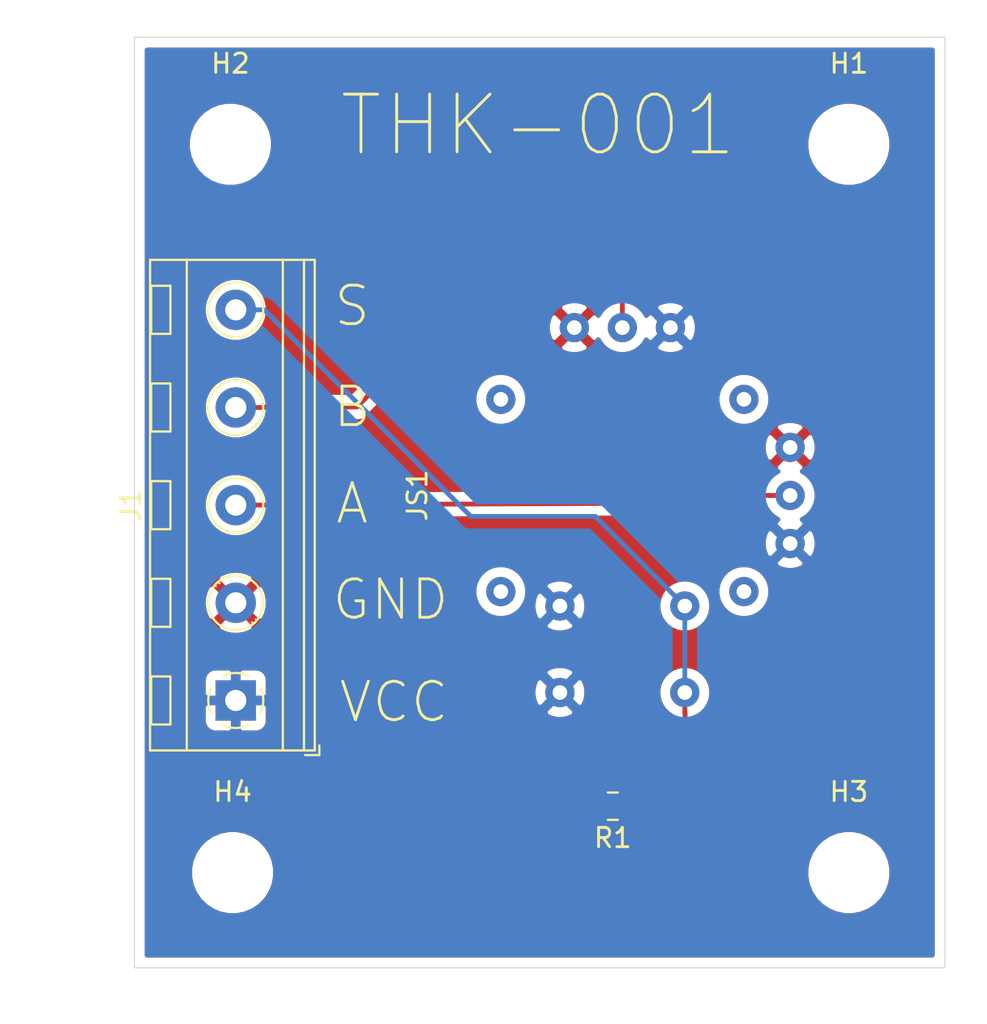
<source format=kicad_pcb>
(kicad_pcb (version 20171130) (host pcbnew "(5.1.5)-3")

  (general
    (thickness 1.6)
    (drawings 11)
    (tracks 22)
    (zones 0)
    (modules 7)
    (nets 6)
  )

  (page A4)
  (layers
    (0 F.Cu signal)
    (31 B.Cu signal)
    (32 B.Adhes user)
    (33 F.Adhes user)
    (34 B.Paste user)
    (35 F.Paste user)
    (36 B.SilkS user)
    (37 F.SilkS user)
    (38 B.Mask user)
    (39 F.Mask user)
    (40 Dwgs.User user)
    (41 Cmts.User user)
    (42 Eco1.User user)
    (43 Eco2.User user)
    (44 Edge.Cuts user)
    (45 Margin user)
    (46 B.CrtYd user)
    (47 F.CrtYd user)
    (48 B.Fab user)
    (49 F.Fab user)
  )

  (setup
    (last_trace_width 0.25)
    (trace_clearance 0.2)
    (zone_clearance 0.508)
    (zone_45_only no)
    (trace_min 0.2)
    (via_size 0.8)
    (via_drill 0.4)
    (via_min_size 0.4)
    (via_min_drill 0.3)
    (uvia_size 0.3)
    (uvia_drill 0.1)
    (uvias_allowed no)
    (uvia_min_size 0.2)
    (uvia_min_drill 0.1)
    (edge_width 0.05)
    (segment_width 0.2)
    (pcb_text_width 0.3)
    (pcb_text_size 1.5 1.5)
    (mod_edge_width 0.12)
    (mod_text_size 1 1)
    (mod_text_width 0.15)
    (pad_size 1.524 1.524)
    (pad_drill 0.762)
    (pad_to_mask_clearance 0.051)
    (solder_mask_min_width 0.25)
    (aux_axis_origin 0 0)
    (visible_elements 7FFFFFFF)
    (pcbplotparams
      (layerselection 0x010fc_ffffffff)
      (usegerberextensions false)
      (usegerberattributes false)
      (usegerberadvancedattributes false)
      (creategerberjobfile false)
      (excludeedgelayer true)
      (linewidth 0.100000)
      (plotframeref false)
      (viasonmask false)
      (mode 1)
      (useauxorigin false)
      (hpglpennumber 1)
      (hpglpenspeed 20)
      (hpglpendiameter 15.000000)
      (psnegative false)
      (psa4output false)
      (plotreference true)
      (plotvalue true)
      (plotinvisibletext false)
      (padsonsilk false)
      (subtractmaskfromsilk false)
      (outputformat 1)
      (mirror false)
      (drillshape 0)
      (scaleselection 1)
      (outputdirectory "../../Gerbers/THK-001/"))
  )

  (net 0 "")
  (net 1 Vcc)
  (net 2 GND)
  (net 3 Aout)
  (net 4 Bout)
  (net 5 Sout)

  (net_class Default "This is the default net class."
    (clearance 0.2)
    (trace_width 0.25)
    (via_dia 0.8)
    (via_drill 0.4)
    (uvia_dia 0.3)
    (uvia_drill 0.1)
    (add_net Aout)
    (add_net Bout)
    (add_net GND)
    (add_net Sout)
    (add_net Vcc)
  )

  (module MountingHole:MountingHole_3.2mm_M3 (layer F.Cu) (tedit 56D1B4CB) (tstamp 5EF93A07)
    (at 120.5484 43.7896)
    (descr "Mounting Hole 3.2mm, no annular, M3")
    (tags "mounting hole 3.2mm no annular m3")
    (path /5EF5E40C)
    (attr virtual)
    (fp_text reference H1 (at 0 -4.2) (layer F.SilkS)
      (effects (font (size 1 1) (thickness 0.15)))
    )
    (fp_text value MountingHole (at 0 4.2) (layer F.Fab)
      (effects (font (size 1 1) (thickness 0.15)))
    )
    (fp_text user %R (at 0.3 0) (layer F.Fab)
      (effects (font (size 1 1) (thickness 0.15)))
    )
    (fp_circle (center 0 0) (end 3.2 0) (layer Cmts.User) (width 0.15))
    (fp_circle (center 0 0) (end 3.45 0) (layer F.CrtYd) (width 0.05))
    (pad 1 np_thru_hole circle (at 0 0) (size 3.2 3.2) (drill 3.2) (layers *.Cu *.Mask))
  )

  (module MountingHole:MountingHole_3.2mm_M3 (layer F.Cu) (tedit 56D1B4CB) (tstamp 5EF93A42)
    (at 88.3666 43.7896)
    (descr "Mounting Hole 3.2mm, no annular, M3")
    (tags "mounting hole 3.2mm no annular m3")
    (path /5EF5F0E2)
    (attr virtual)
    (fp_text reference H2 (at 0 -4.2) (layer F.SilkS)
      (effects (font (size 1 1) (thickness 0.15)))
    )
    (fp_text value MountingHole (at 0 4.2) (layer F.Fab)
      (effects (font (size 1 1) (thickness 0.15)))
    )
    (fp_circle (center 0 0) (end 3.45 0) (layer F.CrtYd) (width 0.05))
    (fp_circle (center 0 0) (end 3.2 0) (layer Cmts.User) (width 0.15))
    (fp_text user %R (at 0.3 0) (layer F.Fab)
      (effects (font (size 1 1) (thickness 0.15)))
    )
    (pad 1 np_thru_hole circle (at 0 0) (size 3.2 3.2) (drill 3.2) (layers *.Cu *.Mask))
  )

  (module MountingHole:MountingHole_3.2mm_M3 (layer F.Cu) (tedit 56D1B4CB) (tstamp 5EF9322F)
    (at 120.5484 81.6737)
    (descr "Mounting Hole 3.2mm, no annular, M3")
    (tags "mounting hole 3.2mm no annular m3")
    (path /5EF5F610)
    (attr virtual)
    (fp_text reference H3 (at 0 -4.2) (layer F.SilkS)
      (effects (font (size 1 1) (thickness 0.15)))
    )
    (fp_text value MountingHole (at 0 4.2) (layer F.Fab)
      (effects (font (size 1 1) (thickness 0.15)))
    )
    (fp_text user %R (at 0.3 0) (layer F.Fab)
      (effects (font (size 1 1) (thickness 0.15)))
    )
    (fp_circle (center 0 0) (end 3.2 0) (layer Cmts.User) (width 0.15))
    (fp_circle (center 0 0) (end 3.45 0) (layer F.CrtYd) (width 0.05))
    (pad 1 np_thru_hole circle (at 0 0) (size 3.2 3.2) (drill 3.2) (layers *.Cu *.Mask))
  )

  (module MountingHole:MountingHole_3.2mm_M3 (layer F.Cu) (tedit 56D1B4CB) (tstamp 5EF93237)
    (at 88.4809 81.6737)
    (descr "Mounting Hole 3.2mm, no annular, M3")
    (tags "mounting hole 3.2mm no annular m3")
    (path /5EF5FFD2)
    (attr virtual)
    (fp_text reference H4 (at 0 -4.2) (layer F.SilkS)
      (effects (font (size 1 1) (thickness 0.15)))
    )
    (fp_text value MountingHole (at 0 4.2) (layer F.Fab)
      (effects (font (size 1 1) (thickness 0.15)))
    )
    (fp_circle (center 0 0) (end 3.45 0) (layer F.CrtYd) (width 0.05))
    (fp_circle (center 0 0) (end 3.2 0) (layer Cmts.User) (width 0.15))
    (fp_text user %R (at 0.3 0) (layer F.Fab)
      (effects (font (size 1 1) (thickness 0.15)))
    )
    (pad 1 np_thru_hole circle (at 0 0) (size 3.2 3.2) (drill 3.2) (layers *.Cu *.Mask))
  )

  (module joystick:C&K_THB001P (layer F.Cu) (tedit 5EF8E191) (tstamp 5EF932EB)
    (at 108.7624 62.056)
    (path /5EF55DD1)
    (fp_text reference JS1 (at -10.668 0 90) (layer F.SilkS)
      (effects (font (size 1 1) (thickness 0.15)))
    )
    (fp_text value thb-1841844 (at 0.0762 -0.0508) (layer F.Fab)
      (effects (font (size 1 1) (thickness 0.15)))
    )
    (pad 1 thru_hole circle (at 8.73 2.5) (size 1.524 1.524) (drill 0.762) (layers *.Cu *.Mask)
      (net 1 Vcc))
    (pad 2 thru_hole circle (at 8.73 0) (size 1.524 1.524) (drill 0.762) (layers *.Cu *.Mask)
      (net 3 Aout))
    (pad 3 thru_hole circle (at 8.73 -2.5) (size 1.524 1.524) (drill 0.762) (layers *.Cu *.Mask)
      (net 2 GND))
    (pad 4 thru_hole circle (at 2.5 -8.73) (size 1.524 1.524) (drill 0.762) (layers *.Cu *.Mask)
      (net 1 Vcc))
    (pad 5 thru_hole circle (at 0 -8.73) (size 1.524 1.524) (drill 0.762) (layers *.Cu *.Mask)
      (net 4 Bout))
    (pad 6 thru_hole circle (at -2.5 -8.73) (size 1.524 1.524) (drill 0.762) (layers *.Cu *.Mask)
      (net 2 GND))
    (pad 7 thru_hole circle (at 3.25 5.75) (size 1.524 1.524) (drill 0.762) (layers *.Cu *.Mask)
      (net 5 Sout))
    (pad 8 thru_hole circle (at -3.25 5.75) (size 1.524 1.524) (drill 0.762) (layers *.Cu *.Mask)
      (net 1 Vcc))
    (pad 8 thru_hole circle (at -3.25 10.25) (size 1.524 1.524) (drill 0.762) (layers *.Cu *.Mask)
      (net 1 Vcc))
    (pad 7 thru_hole circle (at 3.25 10.25) (size 1.524 1.524) (drill 0.762) (layers *.Cu *.Mask)
      (net 5 Sout))
    (pad 9 thru_hole circle (at 6.325 -5) (size 1.524 1.524) (drill 0.762) (layers *.Cu *.Mask))
    (pad 9 thru_hole circle (at 6.325 5) (size 1.524 1.524) (drill 0.762) (layers *.Cu *.Mask))
    (pad 9 thru_hole circle (at -6.325 5) (size 1.524 1.524) (drill 0.762) (layers *.Cu *.Mask))
    (pad 9 thru_hole circle (at -6.325 -5) (size 1.524 1.524) (drill 0.762) (layers *.Cu *.Mask))
  )

  (module Resistor_SMD:R_0805_2012Metric_Pad1.15x1.40mm_HandSolder (layer F.Cu) (tedit 5B36C52B) (tstamp 5EF932FC)
    (at 108.2638 78.2193 180)
    (descr "Resistor SMD 0805 (2012 Metric), square (rectangular) end terminal, IPC_7351 nominal with elongated pad for handsoldering. (Body size source: https://docs.google.com/spreadsheets/d/1BsfQQcO9C6DZCsRaXUlFlo91Tg2WpOkGARC1WS5S8t0/edit?usp=sharing), generated with kicad-footprint-generator")
    (tags "resistor handsolder")
    (path /5EF5933D)
    (attr smd)
    (fp_text reference R1 (at 0 -1.65) (layer F.SilkS)
      (effects (font (size 1 1) (thickness 0.15)))
    )
    (fp_text value R_US (at 0 1.65) (layer F.Fab)
      (effects (font (size 1 1) (thickness 0.15)))
    )
    (fp_line (start -1 0.6) (end -1 -0.6) (layer F.Fab) (width 0.1))
    (fp_line (start -1 -0.6) (end 1 -0.6) (layer F.Fab) (width 0.1))
    (fp_line (start 1 -0.6) (end 1 0.6) (layer F.Fab) (width 0.1))
    (fp_line (start 1 0.6) (end -1 0.6) (layer F.Fab) (width 0.1))
    (fp_line (start -0.261252 -0.71) (end 0.261252 -0.71) (layer F.SilkS) (width 0.12))
    (fp_line (start -0.261252 0.71) (end 0.261252 0.71) (layer F.SilkS) (width 0.12))
    (fp_line (start -1.85 0.95) (end -1.85 -0.95) (layer F.CrtYd) (width 0.05))
    (fp_line (start -1.85 -0.95) (end 1.85 -0.95) (layer F.CrtYd) (width 0.05))
    (fp_line (start 1.85 -0.95) (end 1.85 0.95) (layer F.CrtYd) (width 0.05))
    (fp_line (start 1.85 0.95) (end -1.85 0.95) (layer F.CrtYd) (width 0.05))
    (fp_text user %R (at 0 0) (layer F.Fab)
      (effects (font (size 0.5 0.5) (thickness 0.08)))
    )
    (pad 1 smd roundrect (at -1.025 0 180) (size 1.15 1.4) (layers F.Cu F.Paste F.Mask) (roundrect_rratio 0.217391)
      (net 5 Sout))
    (pad 2 smd roundrect (at 1.025 0 180) (size 1.15 1.4) (layers F.Cu F.Paste F.Mask) (roundrect_rratio 0.217391)
      (net 2 GND))
    (model ${KISYS3DMOD}/Resistor_SMD.3dshapes/R_0805_2012Metric.wrl
      (at (xyz 0 0 0))
      (scale (xyz 1 1 1))
      (rotate (xyz 0 0 0))
    )
  )

  (module TerminalBlock_RND:TerminalBlock_RND_205-00235_1x05_P5.08mm_Horizontal (layer F.Cu) (tedit 5B294F41) (tstamp 5EF93603)
    (at 88.646 72.7202 90)
    (descr "terminal block RND 205-00235, 5 pins, pitch 5.08mm, size 25.4x8.45mm^2, drill diamater 1.1mm, pad diameter 2.1mm, see http://cdn-reichelt.de/documents/datenblatt/C151/RND_205-00232_DB_EN.pdf, script-generated using https://github.com/pointhi/kicad-footprint-generator/scripts/TerminalBlock_RND")
    (tags "THT terminal block RND 205-00235 pitch 5.08mm size 25.4x8.45mm^2 drill 1.1mm pad 2.1mm")
    (path /5EF56836)
    (fp_text reference J1 (at 10.16 -5.46 90) (layer F.SilkS)
      (effects (font (size 1 1) (thickness 0.15)))
    )
    (fp_text value Screw_Terminal_01x05 (at 10.16 5.11 90) (layer F.Fab)
      (effects (font (size 1 1) (thickness 0.15)))
    )
    (fp_arc (start 0 0) (end 0 1.43) (angle -26) (layer F.SilkS) (width 0.12))
    (fp_arc (start 0 0) (end 1.286 0.627) (angle -52) (layer F.SilkS) (width 0.12))
    (fp_arc (start 0 0) (end 0.627 -1.286) (angle -52) (layer F.SilkS) (width 0.12))
    (fp_arc (start 0 0) (end -1.286 -0.628) (angle -52) (layer F.SilkS) (width 0.12))
    (fp_arc (start 0 0) (end -0.628 1.286) (angle -27) (layer F.SilkS) (width 0.12))
    (fp_circle (center 0 0) (end 1.25 0) (layer F.Fab) (width 0.1))
    (fp_circle (center 5.08 0) (end 6.33 0) (layer F.Fab) (width 0.1))
    (fp_circle (center 5.08 0) (end 6.51 0) (layer F.SilkS) (width 0.12))
    (fp_circle (center 10.16 0) (end 11.41 0) (layer F.Fab) (width 0.1))
    (fp_circle (center 10.16 0) (end 11.59 0) (layer F.SilkS) (width 0.12))
    (fp_circle (center 15.24 0) (end 16.49 0) (layer F.Fab) (width 0.1))
    (fp_circle (center 15.24 0) (end 16.67 0) (layer F.SilkS) (width 0.12))
    (fp_circle (center 20.32 0) (end 21.57 0) (layer F.Fab) (width 0.1))
    (fp_circle (center 20.32 0) (end 21.75 0) (layer F.SilkS) (width 0.12))
    (fp_line (start -2.54 -4.4) (end 22.86 -4.4) (layer F.Fab) (width 0.1))
    (fp_line (start 22.86 -4.4) (end 22.86 4.05) (layer F.Fab) (width 0.1))
    (fp_line (start 22.86 4.05) (end -2.04 4.05) (layer F.Fab) (width 0.1))
    (fp_line (start -2.04 4.05) (end -2.54 3.55) (layer F.Fab) (width 0.1))
    (fp_line (start -2.54 3.55) (end -2.54 -4.4) (layer F.Fab) (width 0.1))
    (fp_line (start -2.54 3.55) (end 22.86 3.55) (layer F.Fab) (width 0.1))
    (fp_line (start -2.6 3.55) (end 22.92 3.55) (layer F.SilkS) (width 0.12))
    (fp_line (start -2.54 2.45) (end 22.86 2.45) (layer F.Fab) (width 0.1))
    (fp_line (start -2.6 2.45) (end 22.92 2.45) (layer F.SilkS) (width 0.12))
    (fp_line (start -2.54 -2.55) (end 22.86 -2.55) (layer F.Fab) (width 0.1))
    (fp_line (start -2.6 -2.55) (end 22.92 -2.55) (layer F.SilkS) (width 0.12))
    (fp_line (start -2.6 -4.46) (end 22.92 -4.46) (layer F.SilkS) (width 0.12))
    (fp_line (start -2.6 4.11) (end 22.92 4.11) (layer F.SilkS) (width 0.12))
    (fp_line (start -2.6 -4.46) (end -2.6 4.11) (layer F.SilkS) (width 0.12))
    (fp_line (start 22.92 -4.46) (end 22.92 4.11) (layer F.SilkS) (width 0.12))
    (fp_line (start 0.949 -0.796) (end -0.796 0.948) (layer F.Fab) (width 0.1))
    (fp_line (start 0.796 -0.948) (end -0.949 0.796) (layer F.Fab) (width 0.1))
    (fp_line (start -1.25 -4.4) (end -1.25 -3.4) (layer F.Fab) (width 0.1))
    (fp_line (start -1.25 -3.4) (end 1.25 -3.4) (layer F.Fab) (width 0.1))
    (fp_line (start 1.25 -3.4) (end 1.25 -4.4) (layer F.Fab) (width 0.1))
    (fp_line (start 1.25 -4.4) (end -1.25 -4.4) (layer F.Fab) (width 0.1))
    (fp_line (start -1.25 -4.4) (end 1.25 -4.4) (layer F.SilkS) (width 0.12))
    (fp_line (start -1.25 -3.4) (end 1.25 -3.4) (layer F.SilkS) (width 0.12))
    (fp_line (start -1.25 -4.4) (end -1.25 -3.4) (layer F.SilkS) (width 0.12))
    (fp_line (start 1.25 -4.4) (end 1.25 -3.4) (layer F.SilkS) (width 0.12))
    (fp_line (start 6.029 -0.796) (end 4.285 0.948) (layer F.Fab) (width 0.1))
    (fp_line (start 5.876 -0.948) (end 4.132 0.796) (layer F.Fab) (width 0.1))
    (fp_line (start 6.165 -0.91) (end 6.105 -0.851) (layer F.SilkS) (width 0.12))
    (fp_line (start 4.21 1.045) (end 4.17 1.085) (layer F.SilkS) (width 0.12))
    (fp_line (start 5.991 -1.085) (end 5.951 -1.045) (layer F.SilkS) (width 0.12))
    (fp_line (start 4.056 0.85) (end 3.996 0.91) (layer F.SilkS) (width 0.12))
    (fp_line (start 3.83 -4.4) (end 3.83 -3.4) (layer F.Fab) (width 0.1))
    (fp_line (start 3.83 -3.4) (end 6.33 -3.4) (layer F.Fab) (width 0.1))
    (fp_line (start 6.33 -3.4) (end 6.33 -4.4) (layer F.Fab) (width 0.1))
    (fp_line (start 6.33 -4.4) (end 3.83 -4.4) (layer F.Fab) (width 0.1))
    (fp_line (start 3.83 -4.4) (end 6.33 -4.4) (layer F.SilkS) (width 0.12))
    (fp_line (start 3.83 -3.4) (end 6.33 -3.4) (layer F.SilkS) (width 0.12))
    (fp_line (start 3.83 -4.4) (end 3.83 -3.4) (layer F.SilkS) (width 0.12))
    (fp_line (start 6.33 -4.4) (end 6.33 -3.4) (layer F.SilkS) (width 0.12))
    (fp_line (start 11.109 -0.796) (end 9.365 0.948) (layer F.Fab) (width 0.1))
    (fp_line (start 10.956 -0.948) (end 9.212 0.796) (layer F.Fab) (width 0.1))
    (fp_line (start 11.245 -0.91) (end 11.185 -0.851) (layer F.SilkS) (width 0.12))
    (fp_line (start 9.29 1.045) (end 9.25 1.085) (layer F.SilkS) (width 0.12))
    (fp_line (start 11.071 -1.085) (end 11.031 -1.045) (layer F.SilkS) (width 0.12))
    (fp_line (start 9.136 0.85) (end 9.076 0.91) (layer F.SilkS) (width 0.12))
    (fp_line (start 8.91 -4.4) (end 8.91 -3.4) (layer F.Fab) (width 0.1))
    (fp_line (start 8.91 -3.4) (end 11.41 -3.4) (layer F.Fab) (width 0.1))
    (fp_line (start 11.41 -3.4) (end 11.41 -4.4) (layer F.Fab) (width 0.1))
    (fp_line (start 11.41 -4.4) (end 8.91 -4.4) (layer F.Fab) (width 0.1))
    (fp_line (start 8.91 -4.4) (end 11.41 -4.4) (layer F.SilkS) (width 0.12))
    (fp_line (start 8.91 -3.4) (end 11.41 -3.4) (layer F.SilkS) (width 0.12))
    (fp_line (start 8.91 -4.4) (end 8.91 -3.4) (layer F.SilkS) (width 0.12))
    (fp_line (start 11.41 -4.4) (end 11.41 -3.4) (layer F.SilkS) (width 0.12))
    (fp_line (start 16.189 -0.796) (end 14.445 0.948) (layer F.Fab) (width 0.1))
    (fp_line (start 16.036 -0.948) (end 14.292 0.796) (layer F.Fab) (width 0.1))
    (fp_line (start 16.325 -0.91) (end 16.265 -0.851) (layer F.SilkS) (width 0.12))
    (fp_line (start 14.37 1.045) (end 14.33 1.085) (layer F.SilkS) (width 0.12))
    (fp_line (start 16.151 -1.085) (end 16.111 -1.045) (layer F.SilkS) (width 0.12))
    (fp_line (start 14.216 0.85) (end 14.156 0.91) (layer F.SilkS) (width 0.12))
    (fp_line (start 13.99 -4.4) (end 13.99 -3.4) (layer F.Fab) (width 0.1))
    (fp_line (start 13.99 -3.4) (end 16.49 -3.4) (layer F.Fab) (width 0.1))
    (fp_line (start 16.49 -3.4) (end 16.49 -4.4) (layer F.Fab) (width 0.1))
    (fp_line (start 16.49 -4.4) (end 13.99 -4.4) (layer F.Fab) (width 0.1))
    (fp_line (start 13.99 -4.4) (end 16.49 -4.4) (layer F.SilkS) (width 0.12))
    (fp_line (start 13.99 -3.4) (end 16.49 -3.4) (layer F.SilkS) (width 0.12))
    (fp_line (start 13.99 -4.4) (end 13.99 -3.4) (layer F.SilkS) (width 0.12))
    (fp_line (start 16.49 -4.4) (end 16.49 -3.4) (layer F.SilkS) (width 0.12))
    (fp_line (start 21.269 -0.796) (end 19.525 0.948) (layer F.Fab) (width 0.1))
    (fp_line (start 21.116 -0.948) (end 19.372 0.796) (layer F.Fab) (width 0.1))
    (fp_line (start 21.405 -0.91) (end 21.345 -0.851) (layer F.SilkS) (width 0.12))
    (fp_line (start 19.45 1.045) (end 19.41 1.085) (layer F.SilkS) (width 0.12))
    (fp_line (start 21.231 -1.085) (end 21.191 -1.045) (layer F.SilkS) (width 0.12))
    (fp_line (start 19.296 0.85) (end 19.236 0.91) (layer F.SilkS) (width 0.12))
    (fp_line (start 19.07 -4.4) (end 19.07 -3.4) (layer F.Fab) (width 0.1))
    (fp_line (start 19.07 -3.4) (end 21.57 -3.4) (layer F.Fab) (width 0.1))
    (fp_line (start 21.57 -3.4) (end 21.57 -4.4) (layer F.Fab) (width 0.1))
    (fp_line (start 21.57 -4.4) (end 19.07 -4.4) (layer F.Fab) (width 0.1))
    (fp_line (start 19.07 -4.4) (end 21.57 -4.4) (layer F.SilkS) (width 0.12))
    (fp_line (start 19.07 -3.4) (end 21.57 -3.4) (layer F.SilkS) (width 0.12))
    (fp_line (start 19.07 -4.4) (end 19.07 -3.4) (layer F.SilkS) (width 0.12))
    (fp_line (start 21.57 -4.4) (end 21.57 -3.4) (layer F.SilkS) (width 0.12))
    (fp_line (start -2.84 3.61) (end -2.84 4.35) (layer F.SilkS) (width 0.12))
    (fp_line (start -2.84 4.35) (end -2.34 4.35) (layer F.SilkS) (width 0.12))
    (fp_line (start -3.04 -4.9) (end -3.04 4.55) (layer F.CrtYd) (width 0.05))
    (fp_line (start -3.04 4.55) (end 23.36 4.55) (layer F.CrtYd) (width 0.05))
    (fp_line (start 23.36 4.55) (end 23.36 -4.9) (layer F.CrtYd) (width 0.05))
    (fp_line (start 23.36 -4.9) (end -3.04 -4.9) (layer F.CrtYd) (width 0.05))
    (fp_text user %R (at 10.16 -5.46 90) (layer F.Fab)
      (effects (font (size 1 1) (thickness 0.15)))
    )
    (pad 1 thru_hole rect (at 0 0 90) (size 2.1 2.1) (drill 1.1) (layers *.Cu *.Mask)
      (net 1 Vcc))
    (pad 2 thru_hole circle (at 5.08 0 90) (size 2.1 2.1) (drill 1.1) (layers *.Cu *.Mask)
      (net 2 GND))
    (pad 3 thru_hole circle (at 10.16 0 90) (size 2.1 2.1) (drill 1.1) (layers *.Cu *.Mask)
      (net 3 Aout))
    (pad 4 thru_hole circle (at 15.24 0 90) (size 2.1 2.1) (drill 1.1) (layers *.Cu *.Mask)
      (net 4 Bout))
    (pad 5 thru_hole circle (at 20.32 0 90) (size 2.1 2.1) (drill 1.1) (layers *.Cu *.Mask)
      (net 5 Sout))
    (model ${KISYS3DMOD}/TerminalBlock_RND.3dshapes/TerminalBlock_RND_205-00235_1x05_P5.08mm_Horizontal.wrl
      (at (xyz 0 0 0))
      (scale (xyz 1 1 1))
      (rotate (xyz 0 0 0))
    )
  )

  (gr_text "REV A" (at 97.925 47.025) (layer F.Cu)
    (effects (font (size 1 1) (thickness 0.15)))
  )
  (gr_text THK-001 (at 104.375 42.8) (layer F.SilkS)
    (effects (font (size 3 3) (thickness 0.15)))
  )
  (gr_text VCC (at 96.875 72.8) (layer F.SilkS)
    (effects (font (size 2 2) (thickness 0.15)))
  )
  (gr_text GND (at 96.7 67.475) (layer F.SilkS)
    (effects (font (size 2 2) (thickness 0.15)))
  )
  (gr_text A (at 94.7 62.475) (layer F.SilkS)
    (effects (font (size 2 2) (thickness 0.15)))
  )
  (gr_text B (at 94.7 57.45) (layer F.SilkS)
    (effects (font (size 2 2) (thickness 0.15)))
  )
  (gr_text S (at 94.7 52.2) (layer F.SilkS)
    (effects (font (size 2 2) (thickness 0.15)))
  )
  (gr_line (start 125.5484 86.6267) (end 83.3755 86.6267) (layer Edge.Cuts) (width 0.05) (tstamp 5EF93A7C))
  (gr_line (start 125.5484 38.227) (end 125.5484 86.6267) (layer Edge.Cuts) (width 0.05))
  (gr_line (start 83.3755 38.227) (end 125.5484 38.227) (layer Edge.Cuts) (width 0.05))
  (gr_line (start 83.3755 86.6267) (end 83.3755 38.227) (layer Edge.Cuts) (width 0.05))

  (segment (start 116.41477 62.056) (end 116.41097 62.0522) (width 0.25) (layer F.Cu) (net 3))
  (segment (start 117.4924 62.056) (end 116.41477 62.056) (width 0.25) (layer F.Cu) (net 3))
  (segment (start 110.6932 62.0522) (end 110.2868 62.4586) (width 0.25) (layer F.Cu) (net 3))
  (segment (start 116.41097 62.0522) (end 110.6932 62.0522) (width 0.25) (layer F.Cu) (net 3))
  (segment (start 88.646 62.5602) (end 110.2868 62.4586) (width 0.25) (layer F.Cu) (net 3))
  (segment (start 108.7624 51.7521) (end 108.7624 53.326) (width 0.25) (layer F.Cu) (net 4))
  (segment (start 90.130924 57.4802) (end 90.156324 57.4548) (width 0.25) (layer F.Cu) (net 4))
  (segment (start 107.2896 50.2793) (end 108.7624 51.7521) (width 0.25) (layer F.Cu) (net 4))
  (segment (start 88.646 57.4802) (end 90.130924 57.4802) (width 0.25) (layer F.Cu) (net 4))
  (segment (start 90.156324 57.4548) (end 94.9452 57.4548) (width 0.25) (layer F.Cu) (net 4))
  (segment (start 94.9452 57.4548) (end 102.1207 50.2793) (width 0.25) (layer F.Cu) (net 4))
  (segment (start 102.1207 50.2793) (end 107.2896 50.2793) (width 0.25) (layer F.Cu) (net 4))
  (segment (start 90.130924 52.4002) (end 100.875124 63.1444) (width 0.25) (layer B.Cu) (net 5))
  (segment (start 88.646 52.4002) (end 90.130924 52.4002) (width 0.25) (layer B.Cu) (net 5))
  (segment (start 107.3508 63.1444) (end 112.0124 67.806) (width 0.25) (layer B.Cu) (net 5))
  (segment (start 100.875124 63.1444) (end 107.3508 63.1444) (width 0.25) (layer B.Cu) (net 5))
  (segment (start 112.0124 67.806) (end 112.0124 72.306) (width 0.25) (layer B.Cu) (net 5))
  (segment (start 112.0124 73.38363) (end 112.0267 73.39793) (width 0.25) (layer F.Cu) (net 5))
  (segment (start 112.0124 72.306) (end 112.0124 73.38363) (width 0.25) (layer F.Cu) (net 5))
  (segment (start 112.0267 73.39793) (end 112.0267 77.5081) (width 0.25) (layer F.Cu) (net 5))
  (segment (start 111.3155 78.2193) (end 109.2888 78.2193) (width 0.25) (layer F.Cu) (net 5))
  (segment (start 112.0267 77.5081) (end 111.3155 78.2193) (width 0.25) (layer F.Cu) (net 5))

  (zone (net 1) (net_name Vcc) (layer B.Cu) (tstamp 5F0008B8) (hatch edge 0.508)
    (connect_pads (clearance 0.508))
    (min_thickness 0.254)
    (fill yes (arc_segments 32) (thermal_gap 0.508) (thermal_bridge_width 0.508))
    (polygon
      (pts
        (xy 126.2507 37.5666) (xy 126.1237 88.1126) (xy 81.0133 88.1761) (xy 82.1563 37.5412) (xy 82.5881 37.5412)
      )
    )
    (filled_polygon
      (pts
        (xy 124.888401 85.9667) (xy 84.0355 85.9667) (xy 84.0355 81.453572) (xy 86.2459 81.453572) (xy 86.2459 81.893828)
        (xy 86.33179 82.325625) (xy 86.500269 82.732369) (xy 86.744862 83.098429) (xy 87.056171 83.409738) (xy 87.422231 83.654331)
        (xy 87.828975 83.82281) (xy 88.260772 83.9087) (xy 88.701028 83.9087) (xy 89.132825 83.82281) (xy 89.539569 83.654331)
        (xy 89.905629 83.409738) (xy 90.216938 83.098429) (xy 90.461531 82.732369) (xy 90.63001 82.325625) (xy 90.7159 81.893828)
        (xy 90.7159 81.453572) (xy 118.3134 81.453572) (xy 118.3134 81.893828) (xy 118.39929 82.325625) (xy 118.567769 82.732369)
        (xy 118.812362 83.098429) (xy 119.123671 83.409738) (xy 119.489731 83.654331) (xy 119.896475 83.82281) (xy 120.328272 83.9087)
        (xy 120.768528 83.9087) (xy 121.200325 83.82281) (xy 121.607069 83.654331) (xy 121.973129 83.409738) (xy 122.284438 83.098429)
        (xy 122.529031 82.732369) (xy 122.69751 82.325625) (xy 122.7834 81.893828) (xy 122.7834 81.453572) (xy 122.69751 81.021775)
        (xy 122.529031 80.615031) (xy 122.284438 80.248971) (xy 121.973129 79.937662) (xy 121.607069 79.693069) (xy 121.200325 79.52459)
        (xy 120.768528 79.4387) (xy 120.328272 79.4387) (xy 119.896475 79.52459) (xy 119.489731 79.693069) (xy 119.123671 79.937662)
        (xy 118.812362 80.248971) (xy 118.567769 80.615031) (xy 118.39929 81.021775) (xy 118.3134 81.453572) (xy 90.7159 81.453572)
        (xy 90.63001 81.021775) (xy 90.461531 80.615031) (xy 90.216938 80.248971) (xy 89.905629 79.937662) (xy 89.539569 79.693069)
        (xy 89.132825 79.52459) (xy 88.701028 79.4387) (xy 88.260772 79.4387) (xy 87.828975 79.52459) (xy 87.422231 79.693069)
        (xy 87.056171 79.937662) (xy 86.744862 80.248971) (xy 86.500269 80.615031) (xy 86.33179 81.021775) (xy 86.2459 81.453572)
        (xy 84.0355 81.453572) (xy 84.0355 73.7702) (xy 86.957928 73.7702) (xy 86.970188 73.894682) (xy 87.006498 74.01438)
        (xy 87.065463 74.124694) (xy 87.144815 74.221385) (xy 87.241506 74.300737) (xy 87.35182 74.359702) (xy 87.471518 74.396012)
        (xy 87.596 74.408272) (xy 88.36025 74.4052) (xy 88.519 74.24645) (xy 88.519 72.8472) (xy 88.773 72.8472)
        (xy 88.773 74.24645) (xy 88.93175 74.4052) (xy 89.696 74.408272) (xy 89.820482 74.396012) (xy 89.94018 74.359702)
        (xy 90.050494 74.300737) (xy 90.147185 74.221385) (xy 90.226537 74.124694) (xy 90.285502 74.01438) (xy 90.321812 73.894682)
        (xy 90.334072 73.7702) (xy 90.332068 73.271565) (xy 104.72644 73.271565) (xy 104.79342 73.511656) (xy 105.042448 73.628756)
        (xy 105.309535 73.695023) (xy 105.584417 73.70791) (xy 105.856533 73.666922) (xy 106.115423 73.573636) (xy 106.23138 73.511656)
        (xy 106.29836 73.271565) (xy 105.5124 72.485605) (xy 104.72644 73.271565) (xy 90.332068 73.271565) (xy 90.331 73.00595)
        (xy 90.17225 72.8472) (xy 88.773 72.8472) (xy 88.519 72.8472) (xy 87.11975 72.8472) (xy 86.961 73.00595)
        (xy 86.957928 73.7702) (xy 84.0355 73.7702) (xy 84.0355 71.6702) (xy 86.957928 71.6702) (xy 86.961 72.43445)
        (xy 87.11975 72.5932) (xy 88.519 72.5932) (xy 88.519 71.19395) (xy 88.773 71.19395) (xy 88.773 72.5932)
        (xy 90.17225 72.5932) (xy 90.331 72.43445) (xy 90.331226 72.378017) (xy 104.11049 72.378017) (xy 104.151478 72.650133)
        (xy 104.244764 72.909023) (xy 104.306744 73.02498) (xy 104.546835 73.09196) (xy 105.332795 72.306) (xy 105.692005 72.306)
        (xy 106.477965 73.09196) (xy 106.718056 73.02498) (xy 106.835156 72.775952) (xy 106.901423 72.508865) (xy 106.91431 72.233983)
        (xy 106.873322 71.961867) (xy 106.780036 71.702977) (xy 106.718056 71.58702) (xy 106.477965 71.52004) (xy 105.692005 72.306)
        (xy 105.332795 72.306) (xy 104.546835 71.52004) (xy 104.306744 71.58702) (xy 104.189644 71.836048) (xy 104.123377 72.103135)
        (xy 104.11049 72.378017) (xy 90.331226 72.378017) (xy 90.334072 71.6702) (xy 90.321812 71.545718) (xy 90.285502 71.42602)
        (xy 90.239756 71.340435) (xy 104.72644 71.340435) (xy 105.5124 72.126395) (xy 106.29836 71.340435) (xy 106.23138 71.100344)
        (xy 105.982352 70.983244) (xy 105.715265 70.916977) (xy 105.440383 70.90409) (xy 105.168267 70.945078) (xy 104.909377 71.038364)
        (xy 104.79342 71.100344) (xy 104.72644 71.340435) (xy 90.239756 71.340435) (xy 90.226537 71.315706) (xy 90.147185 71.219015)
        (xy 90.050494 71.139663) (xy 89.94018 71.080698) (xy 89.820482 71.044388) (xy 89.696 71.032128) (xy 88.93175 71.0352)
        (xy 88.773 71.19395) (xy 88.519 71.19395) (xy 88.36025 71.0352) (xy 87.596 71.032128) (xy 87.471518 71.044388)
        (xy 87.35182 71.080698) (xy 87.241506 71.139663) (xy 87.144815 71.219015) (xy 87.065463 71.315706) (xy 87.006498 71.42602)
        (xy 86.970188 71.545718) (xy 86.957928 71.6702) (xy 84.0355 71.6702) (xy 84.0355 67.474242) (xy 86.961 67.474242)
        (xy 86.961 67.806158) (xy 87.025754 68.131696) (xy 87.152772 68.438347) (xy 87.337175 68.714325) (xy 87.571875 68.949025)
        (xy 87.847853 69.133428) (xy 88.154504 69.260446) (xy 88.480042 69.3252) (xy 88.811958 69.3252) (xy 89.137496 69.260446)
        (xy 89.444147 69.133428) (xy 89.720125 68.949025) (xy 89.897585 68.771565) (xy 104.72644 68.771565) (xy 104.79342 69.011656)
        (xy 105.042448 69.128756) (xy 105.309535 69.195023) (xy 105.584417 69.20791) (xy 105.856533 69.166922) (xy 106.115423 69.073636)
        (xy 106.23138 69.011656) (xy 106.29836 68.771565) (xy 105.5124 67.985605) (xy 104.72644 68.771565) (xy 89.897585 68.771565)
        (xy 89.954825 68.714325) (xy 90.139228 68.438347) (xy 90.266246 68.131696) (xy 90.331 67.806158) (xy 90.331 67.474242)
        (xy 90.266246 67.148704) (xy 90.170856 66.918408) (xy 101.0404 66.918408) (xy 101.0404 67.193592) (xy 101.094086 67.46349)
        (xy 101.199395 67.717727) (xy 101.35228 67.946535) (xy 101.546865 68.14112) (xy 101.775673 68.294005) (xy 102.02991 68.399314)
        (xy 102.299808 68.453) (xy 102.574992 68.453) (xy 102.84489 68.399314) (xy 103.099127 68.294005) (xy 103.327935 68.14112)
        (xy 103.52252 67.946535) (xy 103.568302 67.878017) (xy 104.11049 67.878017) (xy 104.151478 68.150133) (xy 104.244764 68.409023)
        (xy 104.306744 68.52498) (xy 104.546835 68.59196) (xy 105.332795 67.806) (xy 105.692005 67.806) (xy 106.477965 68.59196)
        (xy 106.718056 68.52498) (xy 106.835156 68.275952) (xy 106.901423 68.008865) (xy 106.91431 67.733983) (xy 106.873322 67.461867)
        (xy 106.780036 67.202977) (xy 106.718056 67.08702) (xy 106.477965 67.02004) (xy 105.692005 67.806) (xy 105.332795 67.806)
        (xy 104.546835 67.02004) (xy 104.306744 67.08702) (xy 104.189644 67.336048) (xy 104.123377 67.603135) (xy 104.11049 67.878017)
        (xy 103.568302 67.878017) (xy 103.675405 67.717727) (xy 103.780714 67.46349) (xy 103.8344 67.193592) (xy 103.8344 66.918408)
        (xy 103.818891 66.840435) (xy 104.72644 66.840435) (xy 105.5124 67.626395) (xy 106.29836 66.840435) (xy 106.23138 66.600344)
        (xy 105.982352 66.483244) (xy 105.715265 66.416977) (xy 105.440383 66.40409) (xy 105.168267 66.445078) (xy 104.909377 66.538364)
        (xy 104.79342 66.600344) (xy 104.72644 66.840435) (xy 103.818891 66.840435) (xy 103.780714 66.64851) (xy 103.675405 66.394273)
        (xy 103.52252 66.165465) (xy 103.327935 65.97088) (xy 103.099127 65.817995) (xy 102.84489 65.712686) (xy 102.574992 65.659)
        (xy 102.299808 65.659) (xy 102.02991 65.712686) (xy 101.775673 65.817995) (xy 101.546865 65.97088) (xy 101.35228 66.165465)
        (xy 101.199395 66.394273) (xy 101.094086 66.64851) (xy 101.0404 66.918408) (xy 90.170856 66.918408) (xy 90.139228 66.842053)
        (xy 89.954825 66.566075) (xy 89.720125 66.331375) (xy 89.444147 66.146972) (xy 89.137496 66.019954) (xy 88.811958 65.9552)
        (xy 88.480042 65.9552) (xy 88.154504 66.019954) (xy 87.847853 66.146972) (xy 87.571875 66.331375) (xy 87.337175 66.566075)
        (xy 87.152772 66.842053) (xy 87.025754 67.148704) (xy 86.961 67.474242) (xy 84.0355 67.474242) (xy 84.0355 62.394242)
        (xy 86.961 62.394242) (xy 86.961 62.726158) (xy 87.025754 63.051696) (xy 87.152772 63.358347) (xy 87.337175 63.634325)
        (xy 87.571875 63.869025) (xy 87.847853 64.053428) (xy 88.154504 64.180446) (xy 88.480042 64.2452) (xy 88.811958 64.2452)
        (xy 89.137496 64.180446) (xy 89.444147 64.053428) (xy 89.720125 63.869025) (xy 89.954825 63.634325) (xy 90.139228 63.358347)
        (xy 90.266246 63.051696) (xy 90.331 62.726158) (xy 90.331 62.394242) (xy 90.266246 62.068704) (xy 90.139228 61.762053)
        (xy 89.954825 61.486075) (xy 89.720125 61.251375) (xy 89.444147 61.066972) (xy 89.137496 60.939954) (xy 88.811958 60.8752)
        (xy 88.480042 60.8752) (xy 88.154504 60.939954) (xy 87.847853 61.066972) (xy 87.571875 61.251375) (xy 87.337175 61.486075)
        (xy 87.152772 61.762053) (xy 87.025754 62.068704) (xy 86.961 62.394242) (xy 84.0355 62.394242) (xy 84.0355 57.314242)
        (xy 86.961 57.314242) (xy 86.961 57.646158) (xy 87.025754 57.971696) (xy 87.152772 58.278347) (xy 87.337175 58.554325)
        (xy 87.571875 58.789025) (xy 87.847853 58.973428) (xy 88.154504 59.100446) (xy 88.480042 59.1652) (xy 88.811958 59.1652)
        (xy 89.137496 59.100446) (xy 89.444147 58.973428) (xy 89.720125 58.789025) (xy 89.954825 58.554325) (xy 90.139228 58.278347)
        (xy 90.266246 57.971696) (xy 90.331 57.646158) (xy 90.331 57.314242) (xy 90.266246 56.988704) (xy 90.139228 56.682053)
        (xy 89.954825 56.406075) (xy 89.720125 56.171375) (xy 89.444147 55.986972) (xy 89.137496 55.859954) (xy 88.811958 55.7952)
        (xy 88.480042 55.7952) (xy 88.154504 55.859954) (xy 87.847853 55.986972) (xy 87.571875 56.171375) (xy 87.337175 56.406075)
        (xy 87.152772 56.682053) (xy 87.025754 56.988704) (xy 86.961 57.314242) (xy 84.0355 57.314242) (xy 84.0355 52.234242)
        (xy 86.961 52.234242) (xy 86.961 52.566158) (xy 87.025754 52.891696) (xy 87.152772 53.198347) (xy 87.337175 53.474325)
        (xy 87.571875 53.709025) (xy 87.847853 53.893428) (xy 88.154504 54.020446) (xy 88.480042 54.0852) (xy 88.811958 54.0852)
        (xy 89.137496 54.020446) (xy 89.444147 53.893428) (xy 89.720125 53.709025) (xy 89.954825 53.474325) (xy 90.02509 53.369167)
        (xy 100.311324 63.655402) (xy 100.335123 63.684401) (xy 100.450848 63.779374) (xy 100.582877 63.849946) (xy 100.726138 63.893403)
        (xy 100.837791 63.9044) (xy 100.8378 63.9044) (xy 100.875123 63.908076) (xy 100.912446 63.9044) (xy 107.035999 63.9044)
        (xy 110.646028 67.51443) (xy 110.6154 67.668408) (xy 110.6154 67.943592) (xy 110.669086 68.21349) (xy 110.774395 68.467727)
        (xy 110.92728 68.696535) (xy 111.121865 68.89112) (xy 111.2524 68.978341) (xy 111.252401 71.133659) (xy 111.121865 71.22088)
        (xy 110.92728 71.415465) (xy 110.774395 71.644273) (xy 110.669086 71.89851) (xy 110.6154 72.168408) (xy 110.6154 72.443592)
        (xy 110.669086 72.71349) (xy 110.774395 72.967727) (xy 110.92728 73.196535) (xy 111.121865 73.39112) (xy 111.350673 73.544005)
        (xy 111.60491 73.649314) (xy 111.874808 73.703) (xy 112.149992 73.703) (xy 112.41989 73.649314) (xy 112.674127 73.544005)
        (xy 112.902935 73.39112) (xy 113.09752 73.196535) (xy 113.250405 72.967727) (xy 113.355714 72.71349) (xy 113.4094 72.443592)
        (xy 113.4094 72.168408) (xy 113.355714 71.89851) (xy 113.250405 71.644273) (xy 113.09752 71.415465) (xy 112.902935 71.22088)
        (xy 112.7724 71.133659) (xy 112.7724 68.978341) (xy 112.902935 68.89112) (xy 113.09752 68.696535) (xy 113.250405 68.467727)
        (xy 113.355714 68.21349) (xy 113.4094 67.943592) (xy 113.4094 67.668408) (xy 113.355714 67.39851) (xy 113.250405 67.144273)
        (xy 113.099487 66.918408) (xy 113.6904 66.918408) (xy 113.6904 67.193592) (xy 113.744086 67.46349) (xy 113.849395 67.717727)
        (xy 114.00228 67.946535) (xy 114.196865 68.14112) (xy 114.425673 68.294005) (xy 114.67991 68.399314) (xy 114.949808 68.453)
        (xy 115.224992 68.453) (xy 115.49489 68.399314) (xy 115.749127 68.294005) (xy 115.977935 68.14112) (xy 116.17252 67.946535)
        (xy 116.325405 67.717727) (xy 116.430714 67.46349) (xy 116.4844 67.193592) (xy 116.4844 66.918408) (xy 116.430714 66.64851)
        (xy 116.325405 66.394273) (xy 116.17252 66.165465) (xy 115.977935 65.97088) (xy 115.749127 65.817995) (xy 115.49489 65.712686)
        (xy 115.224992 65.659) (xy 114.949808 65.659) (xy 114.67991 65.712686) (xy 114.425673 65.817995) (xy 114.196865 65.97088)
        (xy 114.00228 66.165465) (xy 113.849395 66.394273) (xy 113.744086 66.64851) (xy 113.6904 66.918408) (xy 113.099487 66.918408)
        (xy 113.09752 66.915465) (xy 112.902935 66.72088) (xy 112.674127 66.567995) (xy 112.41989 66.462686) (xy 112.149992 66.409)
        (xy 111.874808 66.409) (xy 111.72083 66.439628) (xy 110.802767 65.521565) (xy 116.70644 65.521565) (xy 116.77342 65.761656)
        (xy 117.022448 65.878756) (xy 117.289535 65.945023) (xy 117.564417 65.95791) (xy 117.836533 65.916922) (xy 118.095423 65.823636)
        (xy 118.21138 65.761656) (xy 118.27836 65.521565) (xy 117.4924 64.735605) (xy 116.70644 65.521565) (xy 110.802767 65.521565)
        (xy 109.909219 64.628017) (xy 116.09049 64.628017) (xy 116.131478 64.900133) (xy 116.224764 65.159023) (xy 116.286744 65.27498)
        (xy 116.526835 65.34196) (xy 117.312795 64.556) (xy 117.672005 64.556) (xy 118.457965 65.34196) (xy 118.698056 65.27498)
        (xy 118.815156 65.025952) (xy 118.881423 64.758865) (xy 118.89431 64.483983) (xy 118.853322 64.211867) (xy 118.760036 63.952977)
        (xy 118.698056 63.83702) (xy 118.457965 63.77004) (xy 117.672005 64.556) (xy 117.312795 64.556) (xy 116.526835 63.77004)
        (xy 116.286744 63.83702) (xy 116.169644 64.086048) (xy 116.103377 64.353135) (xy 116.09049 64.628017) (xy 109.909219 64.628017)
        (xy 107.914604 62.633403) (xy 107.890801 62.604399) (xy 107.775076 62.509426) (xy 107.643047 62.438854) (xy 107.499786 62.395397)
        (xy 107.388133 62.3844) (xy 107.388122 62.3844) (xy 107.3508 62.380724) (xy 107.313478 62.3844) (xy 101.189926 62.3844)
        (xy 98.223934 59.418408) (xy 116.0954 59.418408) (xy 116.0954 59.693592) (xy 116.149086 59.96349) (xy 116.254395 60.217727)
        (xy 116.40728 60.446535) (xy 116.601865 60.64112) (xy 116.830673 60.794005) (xy 116.859631 60.806) (xy 116.830673 60.817995)
        (xy 116.601865 60.97088) (xy 116.40728 61.165465) (xy 116.254395 61.394273) (xy 116.149086 61.64851) (xy 116.0954 61.918408)
        (xy 116.0954 62.193592) (xy 116.149086 62.46349) (xy 116.254395 62.717727) (xy 116.40728 62.946535) (xy 116.601865 63.14112)
        (xy 116.830673 63.294005) (xy 116.857801 63.305242) (xy 116.77342 63.350344) (xy 116.70644 63.590435) (xy 117.4924 64.376395)
        (xy 118.27836 63.590435) (xy 118.21138 63.350344) (xy 118.120867 63.307782) (xy 118.154127 63.294005) (xy 118.382935 63.14112)
        (xy 118.57752 62.946535) (xy 118.730405 62.717727) (xy 118.835714 62.46349) (xy 118.8894 62.193592) (xy 118.8894 61.918408)
        (xy 118.835714 61.64851) (xy 118.730405 61.394273) (xy 118.57752 61.165465) (xy 118.382935 60.97088) (xy 118.154127 60.817995)
        (xy 118.125169 60.806) (xy 118.154127 60.794005) (xy 118.382935 60.64112) (xy 118.57752 60.446535) (xy 118.730405 60.217727)
        (xy 118.835714 59.96349) (xy 118.8894 59.693592) (xy 118.8894 59.418408) (xy 118.835714 59.14851) (xy 118.730405 58.894273)
        (xy 118.57752 58.665465) (xy 118.382935 58.47088) (xy 118.154127 58.317995) (xy 117.89989 58.212686) (xy 117.629992 58.159)
        (xy 117.354808 58.159) (xy 117.08491 58.212686) (xy 116.830673 58.317995) (xy 116.601865 58.47088) (xy 116.40728 58.665465)
        (xy 116.254395 58.894273) (xy 116.149086 59.14851) (xy 116.0954 59.418408) (xy 98.223934 59.418408) (xy 95.723934 56.918408)
        (xy 101.0404 56.918408) (xy 101.0404 57.193592) (xy 101.094086 57.46349) (xy 101.199395 57.717727) (xy 101.35228 57.946535)
        (xy 101.546865 58.14112) (xy 101.775673 58.294005) (xy 102.02991 58.399314) (xy 102.299808 58.453) (xy 102.574992 58.453)
        (xy 102.84489 58.399314) (xy 103.099127 58.294005) (xy 103.327935 58.14112) (xy 103.52252 57.946535) (xy 103.675405 57.717727)
        (xy 103.780714 57.46349) (xy 103.8344 57.193592) (xy 103.8344 56.918408) (xy 113.6904 56.918408) (xy 113.6904 57.193592)
        (xy 113.744086 57.46349) (xy 113.849395 57.717727) (xy 114.00228 57.946535) (xy 114.196865 58.14112) (xy 114.425673 58.294005)
        (xy 114.67991 58.399314) (xy 114.949808 58.453) (xy 115.224992 58.453) (xy 115.49489 58.399314) (xy 115.749127 58.294005)
        (xy 115.977935 58.14112) (xy 116.17252 57.946535) (xy 116.325405 57.717727) (xy 116.430714 57.46349) (xy 116.4844 57.193592)
        (xy 116.4844 56.918408) (xy 116.430714 56.64851) (xy 116.325405 56.394273) (xy 116.17252 56.165465) (xy 115.977935 55.97088)
        (xy 115.749127 55.817995) (xy 115.49489 55.712686) (xy 115.224992 55.659) (xy 114.949808 55.659) (xy 114.67991 55.712686)
        (xy 114.425673 55.817995) (xy 114.196865 55.97088) (xy 114.00228 56.165465) (xy 113.849395 56.394273) (xy 113.744086 56.64851)
        (xy 113.6904 56.918408) (xy 103.8344 56.918408) (xy 103.780714 56.64851) (xy 103.675405 56.394273) (xy 103.52252 56.165465)
        (xy 103.327935 55.97088) (xy 103.099127 55.817995) (xy 102.84489 55.712686) (xy 102.574992 55.659) (xy 102.299808 55.659)
        (xy 102.02991 55.712686) (xy 101.775673 55.817995) (xy 101.546865 55.97088) (xy 101.35228 56.165465) (xy 101.199395 56.394273)
        (xy 101.094086 56.64851) (xy 101.0404 56.918408) (xy 95.723934 56.918408) (xy 91.993934 53.188408) (xy 104.8654 53.188408)
        (xy 104.8654 53.463592) (xy 104.919086 53.73349) (xy 105.024395 53.987727) (xy 105.17728 54.216535) (xy 105.371865 54.41112)
        (xy 105.600673 54.564005) (xy 105.85491 54.669314) (xy 106.124808 54.723) (xy 106.399992 54.723) (xy 106.66989 54.669314)
        (xy 106.924127 54.564005) (xy 107.152935 54.41112) (xy 107.34752 54.216535) (xy 107.500405 53.987727) (xy 107.5124 53.958769)
        (xy 107.524395 53.987727) (xy 107.67728 54.216535) (xy 107.871865 54.41112) (xy 108.100673 54.564005) (xy 108.35491 54.669314)
        (xy 108.624808 54.723) (xy 108.899992 54.723) (xy 109.16989 54.669314) (xy 109.424127 54.564005) (xy 109.652935 54.41112)
        (xy 109.77249 54.291565) (xy 110.47644 54.291565) (xy 110.54342 54.531656) (xy 110.792448 54.648756) (xy 111.059535 54.715023)
        (xy 111.334417 54.72791) (xy 111.606533 54.686922) (xy 111.865423 54.593636) (xy 111.98138 54.531656) (xy 112.04836 54.291565)
        (xy 111.2624 53.505605) (xy 110.47644 54.291565) (xy 109.77249 54.291565) (xy 109.84752 54.216535) (xy 110.000405 53.987727)
        (xy 110.011642 53.960599) (xy 110.056744 54.04498) (xy 110.296835 54.11196) (xy 111.082795 53.326) (xy 111.442005 53.326)
        (xy 112.227965 54.11196) (xy 112.468056 54.04498) (xy 112.585156 53.795952) (xy 112.651423 53.528865) (xy 112.66431 53.253983)
        (xy 112.623322 52.981867) (xy 112.530036 52.722977) (xy 112.468056 52.60702) (xy 112.227965 52.54004) (xy 111.442005 53.326)
        (xy 111.082795 53.326) (xy 110.296835 52.54004) (xy 110.056744 52.60702) (xy 110.014182 52.697533) (xy 110.000405 52.664273)
        (xy 109.84752 52.435465) (xy 109.77249 52.360435) (xy 110.47644 52.360435) (xy 111.2624 53.146395) (xy 112.04836 52.360435)
        (xy 111.98138 52.120344) (xy 111.732352 52.003244) (xy 111.465265 51.936977) (xy 111.190383 51.92409) (xy 110.918267 51.965078)
        (xy 110.659377 52.058364) (xy 110.54342 52.120344) (xy 110.47644 52.360435) (xy 109.77249 52.360435) (xy 109.652935 52.24088)
        (xy 109.424127 52.087995) (xy 109.16989 51.982686) (xy 108.899992 51.929) (xy 108.624808 51.929) (xy 108.35491 51.982686)
        (xy 108.100673 52.087995) (xy 107.871865 52.24088) (xy 107.67728 52.435465) (xy 107.524395 52.664273) (xy 107.5124 52.693231)
        (xy 107.500405 52.664273) (xy 107.34752 52.435465) (xy 107.152935 52.24088) (xy 106.924127 52.087995) (xy 106.66989 51.982686)
        (xy 106.399992 51.929) (xy 106.124808 51.929) (xy 105.85491 51.982686) (xy 105.600673 52.087995) (xy 105.371865 52.24088)
        (xy 105.17728 52.435465) (xy 105.024395 52.664273) (xy 104.919086 52.91851) (xy 104.8654 53.188408) (xy 91.993934 53.188408)
        (xy 90.694728 51.889203) (xy 90.670925 51.860199) (xy 90.5552 51.765226) (xy 90.423171 51.694654) (xy 90.27991 51.651197)
        (xy 90.168257 51.6402) (xy 90.168246 51.6402) (xy 90.154467 51.638843) (xy 90.139228 51.602053) (xy 89.954825 51.326075)
        (xy 89.720125 51.091375) (xy 89.444147 50.906972) (xy 89.137496 50.779954) (xy 88.811958 50.7152) (xy 88.480042 50.7152)
        (xy 88.154504 50.779954) (xy 87.847853 50.906972) (xy 87.571875 51.091375) (xy 87.337175 51.326075) (xy 87.152772 51.602053)
        (xy 87.025754 51.908704) (xy 86.961 52.234242) (xy 84.0355 52.234242) (xy 84.0355 43.569472) (xy 86.1316 43.569472)
        (xy 86.1316 44.009728) (xy 86.21749 44.441525) (xy 86.385969 44.848269) (xy 86.630562 45.214329) (xy 86.941871 45.525638)
        (xy 87.307931 45.770231) (xy 87.714675 45.93871) (xy 88.146472 46.0246) (xy 88.586728 46.0246) (xy 89.018525 45.93871)
        (xy 89.425269 45.770231) (xy 89.791329 45.525638) (xy 90.102638 45.214329) (xy 90.347231 44.848269) (xy 90.51571 44.441525)
        (xy 90.6016 44.009728) (xy 90.6016 43.569472) (xy 118.3134 43.569472) (xy 118.3134 44.009728) (xy 118.39929 44.441525)
        (xy 118.567769 44.848269) (xy 118.812362 45.214329) (xy 119.123671 45.525638) (xy 119.489731 45.770231) (xy 119.896475 45.93871)
        (xy 120.328272 46.0246) (xy 120.768528 46.0246) (xy 121.200325 45.93871) (xy 121.607069 45.770231) (xy 121.973129 45.525638)
        (xy 122.284438 45.214329) (xy 122.529031 44.848269) (xy 122.69751 44.441525) (xy 122.7834 44.009728) (xy 122.7834 43.569472)
        (xy 122.69751 43.137675) (xy 122.529031 42.730931) (xy 122.284438 42.364871) (xy 121.973129 42.053562) (xy 121.607069 41.808969)
        (xy 121.200325 41.64049) (xy 120.768528 41.5546) (xy 120.328272 41.5546) (xy 119.896475 41.64049) (xy 119.489731 41.808969)
        (xy 119.123671 42.053562) (xy 118.812362 42.364871) (xy 118.567769 42.730931) (xy 118.39929 43.137675) (xy 118.3134 43.569472)
        (xy 90.6016 43.569472) (xy 90.51571 43.137675) (xy 90.347231 42.730931) (xy 90.102638 42.364871) (xy 89.791329 42.053562)
        (xy 89.425269 41.808969) (xy 89.018525 41.64049) (xy 88.586728 41.5546) (xy 88.146472 41.5546) (xy 87.714675 41.64049)
        (xy 87.307931 41.808969) (xy 86.941871 42.053562) (xy 86.630562 42.364871) (xy 86.385969 42.730931) (xy 86.21749 43.137675)
        (xy 86.1316 43.569472) (xy 84.0355 43.569472) (xy 84.0355 38.887) (xy 124.8884 38.887)
      )
    )
  )
  (zone (net 2) (net_name GND) (layer F.Cu) (tstamp 5F0008B5) (hatch edge 0.508)
    (connect_pads (clearance 0.508))
    (min_thickness 0.254)
    (fill yes (arc_segments 32) (thermal_gap 0.508) (thermal_bridge_width 0.508))
    (polygon
      (pts
        (xy 127.7493 36.4744) (xy 127.6858 88.7857) (xy 78.9686 89.5477) (xy 76.3778 47.1551) (xy 79.4766 39.0779)
        (xy 83.7692 36.2839)
      )
    )
    (filled_polygon
      (pts
        (xy 124.888401 85.9667) (xy 84.0355 85.9667) (xy 84.0355 81.453572) (xy 86.2459 81.453572) (xy 86.2459 81.893828)
        (xy 86.33179 82.325625) (xy 86.500269 82.732369) (xy 86.744862 83.098429) (xy 87.056171 83.409738) (xy 87.422231 83.654331)
        (xy 87.828975 83.82281) (xy 88.260772 83.9087) (xy 88.701028 83.9087) (xy 89.132825 83.82281) (xy 89.539569 83.654331)
        (xy 89.905629 83.409738) (xy 90.216938 83.098429) (xy 90.461531 82.732369) (xy 90.63001 82.325625) (xy 90.7159 81.893828)
        (xy 90.7159 81.453572) (xy 118.3134 81.453572) (xy 118.3134 81.893828) (xy 118.39929 82.325625) (xy 118.567769 82.732369)
        (xy 118.812362 83.098429) (xy 119.123671 83.409738) (xy 119.489731 83.654331) (xy 119.896475 83.82281) (xy 120.328272 83.9087)
        (xy 120.768528 83.9087) (xy 121.200325 83.82281) (xy 121.607069 83.654331) (xy 121.973129 83.409738) (xy 122.284438 83.098429)
        (xy 122.529031 82.732369) (xy 122.69751 82.325625) (xy 122.7834 81.893828) (xy 122.7834 81.453572) (xy 122.69751 81.021775)
        (xy 122.529031 80.615031) (xy 122.284438 80.248971) (xy 121.973129 79.937662) (xy 121.607069 79.693069) (xy 121.200325 79.52459)
        (xy 120.768528 79.4387) (xy 120.328272 79.4387) (xy 119.896475 79.52459) (xy 119.489731 79.693069) (xy 119.123671 79.937662)
        (xy 118.812362 80.248971) (xy 118.567769 80.615031) (xy 118.39929 81.021775) (xy 118.3134 81.453572) (xy 90.7159 81.453572)
        (xy 90.63001 81.021775) (xy 90.461531 80.615031) (xy 90.216938 80.248971) (xy 89.905629 79.937662) (xy 89.539569 79.693069)
        (xy 89.132825 79.52459) (xy 88.701028 79.4387) (xy 88.260772 79.4387) (xy 87.828975 79.52459) (xy 87.422231 79.693069)
        (xy 87.056171 79.937662) (xy 86.744862 80.248971) (xy 86.500269 80.615031) (xy 86.33179 81.021775) (xy 86.2459 81.453572)
        (xy 84.0355 81.453572) (xy 84.0355 78.9193) (xy 106.025728 78.9193) (xy 106.037988 79.043782) (xy 106.074298 79.16348)
        (xy 106.133263 79.273794) (xy 106.212615 79.370485) (xy 106.309306 79.449837) (xy 106.41962 79.508802) (xy 106.539318 79.545112)
        (xy 106.6638 79.557372) (xy 106.95305 79.5543) (xy 107.1118 79.39555) (xy 107.1118 78.3463) (xy 106.18755 78.3463)
        (xy 106.0288 78.50505) (xy 106.025728 78.9193) (xy 84.0355 78.9193) (xy 84.0355 77.5193) (xy 106.025728 77.5193)
        (xy 106.0288 77.93355) (xy 106.18755 78.0923) (xy 107.1118 78.0923) (xy 107.1118 77.04305) (xy 107.3658 77.04305)
        (xy 107.3658 78.0923) (xy 107.3858 78.0923) (xy 107.3858 78.3463) (xy 107.3658 78.3463) (xy 107.3658 79.39555)
        (xy 107.52455 79.5543) (xy 107.8138 79.557372) (xy 107.938282 79.545112) (xy 108.05798 79.508802) (xy 108.168294 79.449837)
        (xy 108.264985 79.370485) (xy 108.330458 79.290706) (xy 108.335838 79.297262) (xy 108.470413 79.407705) (xy 108.623949 79.489772)
        (xy 108.790545 79.540308) (xy 108.963799 79.557372) (xy 109.613801 79.557372) (xy 109.787055 79.540308) (xy 109.953651 79.489772)
        (xy 110.107187 79.407705) (xy 110.241762 79.297262) (xy 110.352205 79.162687) (xy 110.434272 79.009151) (xy 110.443327 78.9793)
        (xy 111.278178 78.9793) (xy 111.3155 78.982976) (xy 111.352822 78.9793) (xy 111.352833 78.9793) (xy 111.464486 78.968303)
        (xy 111.607747 78.924846) (xy 111.739776 78.854274) (xy 111.855501 78.759301) (xy 111.879303 78.730298) (xy 112.537702 78.071899)
        (xy 112.566701 78.048101) (xy 112.661674 77.932376) (xy 112.732246 77.800347) (xy 112.775703 77.657086) (xy 112.7867 77.545433)
        (xy 112.7867 77.545425) (xy 112.790376 77.5081) (xy 112.7867 77.470775) (xy 112.7867 73.468786) (xy 112.902935 73.39112)
        (xy 113.09752 73.196535) (xy 113.250405 72.967727) (xy 113.355714 72.71349) (xy 113.4094 72.443592) (xy 113.4094 72.168408)
        (xy 113.355714 71.89851) (xy 113.250405 71.644273) (xy 113.09752 71.415465) (xy 112.902935 71.22088) (xy 112.674127 71.067995)
        (xy 112.41989 70.962686) (xy 112.149992 70.909) (xy 111.874808 70.909) (xy 111.60491 70.962686) (xy 111.350673 71.067995)
        (xy 111.121865 71.22088) (xy 110.92728 71.415465) (xy 110.774395 71.644273) (xy 110.669086 71.89851) (xy 110.6154 72.168408)
        (xy 110.6154 72.443592) (xy 110.669086 72.71349) (xy 110.774395 72.967727) (xy 110.92728 73.196535) (xy 111.121865 73.39112)
        (xy 111.25845 73.482384) (xy 111.263398 73.532616) (xy 111.2667 73.543502) (xy 111.266701 77.193297) (xy 111.000699 77.4593)
        (xy 110.443327 77.4593) (xy 110.434272 77.429449) (xy 110.352205 77.275913) (xy 110.241762 77.141338) (xy 110.107187 77.030895)
        (xy 109.953651 76.948828) (xy 109.787055 76.898292) (xy 109.613801 76.881228) (xy 108.963799 76.881228) (xy 108.790545 76.898292)
        (xy 108.623949 76.948828) (xy 108.470413 77.030895) (xy 108.335838 77.141338) (xy 108.330458 77.147894) (xy 108.264985 77.068115)
        (xy 108.168294 76.988763) (xy 108.05798 76.929798) (xy 107.938282 76.893488) (xy 107.8138 76.881228) (xy 107.52455 76.8843)
        (xy 107.3658 77.04305) (xy 107.1118 77.04305) (xy 106.95305 76.8843) (xy 106.6638 76.881228) (xy 106.539318 76.893488)
        (xy 106.41962 76.929798) (xy 106.309306 76.988763) (xy 106.212615 77.068115) (xy 106.133263 77.164806) (xy 106.074298 77.27512)
        (xy 106.037988 77.394818) (xy 106.025728 77.5193) (xy 84.0355 77.5193) (xy 84.0355 71.6702) (xy 86.957928 71.6702)
        (xy 86.957928 73.7702) (xy 86.970188 73.894682) (xy 87.006498 74.01438) (xy 87.065463 74.124694) (xy 87.144815 74.221385)
        (xy 87.241506 74.300737) (xy 87.35182 74.359702) (xy 87.471518 74.396012) (xy 87.596 74.408272) (xy 89.696 74.408272)
        (xy 89.820482 74.396012) (xy 89.94018 74.359702) (xy 90.050494 74.300737) (xy 90.147185 74.221385) (xy 90.226537 74.124694)
        (xy 90.285502 74.01438) (xy 90.321812 73.894682) (xy 90.334072 73.7702) (xy 90.334072 72.168408) (xy 104.1154 72.168408)
        (xy 104.1154 72.443592) (xy 104.169086 72.71349) (xy 104.274395 72.967727) (xy 104.42728 73.196535) (xy 104.621865 73.39112)
        (xy 104.850673 73.544005) (xy 105.10491 73.649314) (xy 105.374808 73.703) (xy 105.649992 73.703) (xy 105.91989 73.649314)
        (xy 106.174127 73.544005) (xy 106.402935 73.39112) (xy 106.59752 73.196535) (xy 106.750405 72.967727) (xy 106.855714 72.71349)
        (xy 106.9094 72.443592) (xy 106.9094 72.168408) (xy 106.855714 71.89851) (xy 106.750405 71.644273) (xy 106.59752 71.415465)
        (xy 106.402935 71.22088) (xy 106.174127 71.067995) (xy 105.91989 70.962686) (xy 105.649992 70.909) (xy 105.374808 70.909)
        (xy 105.10491 70.962686) (xy 104.850673 71.067995) (xy 104.621865 71.22088) (xy 104.42728 71.415465) (xy 104.274395 71.644273)
        (xy 104.169086 71.89851) (xy 104.1154 72.168408) (xy 90.334072 72.168408) (xy 90.334072 71.6702) (xy 90.321812 71.545718)
        (xy 90.285502 71.42602) (xy 90.226537 71.315706) (xy 90.147185 71.219015) (xy 90.050494 71.139663) (xy 89.94018 71.080698)
        (xy 89.820482 71.044388) (xy 89.696 71.032128) (xy 87.596 71.032128) (xy 87.471518 71.044388) (xy 87.35182 71.080698)
        (xy 87.241506 71.139663) (xy 87.144815 71.219015) (xy 87.065463 71.315706) (xy 87.006498 71.42602) (xy 86.970188 71.545718)
        (xy 86.957928 71.6702) (xy 84.0355 71.6702) (xy 84.0355 68.811266) (xy 87.654539 68.811266) (xy 87.756339 69.080779)
        (xy 88.054477 69.226663) (xy 88.375346 69.31158) (xy 88.706617 69.332266) (xy 89.035557 69.287928) (xy 89.349527 69.180269)
        (xy 89.535661 69.080779) (xy 89.637461 68.811266) (xy 88.646 67.819805) (xy 87.654539 68.811266) (xy 84.0355 68.811266)
        (xy 84.0355 67.700817) (xy 86.953934 67.700817) (xy 86.998272 68.029757) (xy 87.105931 68.343727) (xy 87.205421 68.529861)
        (xy 87.474934 68.631661) (xy 88.466395 67.6402) (xy 88.825605 67.6402) (xy 89.817066 68.631661) (xy 90.086579 68.529861)
        (xy 90.232463 68.231723) (xy 90.31738 67.910854) (xy 90.338066 67.579583) (xy 90.293728 67.250643) (xy 90.186069 66.936673)
        (xy 90.176307 66.918408) (xy 101.0404 66.918408) (xy 101.0404 67.193592) (xy 101.094086 67.46349) (xy 101.199395 67.717727)
        (xy 101.35228 67.946535) (xy 101.546865 68.14112) (xy 101.775673 68.294005) (xy 102.02991 68.399314) (xy 102.299808 68.453)
        (xy 102.574992 68.453) (xy 102.84489 68.399314) (xy 103.099127 68.294005) (xy 103.327935 68.14112) (xy 103.52252 67.946535)
        (xy 103.675405 67.717727) (xy 103.695833 67.668408) (xy 104.1154 67.668408) (xy 104.1154 67.943592) (xy 104.169086 68.21349)
        (xy 104.274395 68.467727) (xy 104.42728 68.696535) (xy 104.621865 68.89112) (xy 104.850673 69.044005) (xy 105.10491 69.149314)
        (xy 105.374808 69.203) (xy 105.649992 69.203) (xy 105.91989 69.149314) (xy 106.174127 69.044005) (xy 106.402935 68.89112)
        (xy 106.59752 68.696535) (xy 106.750405 68.467727) (xy 106.855714 68.21349) (xy 106.9094 67.943592) (xy 106.9094 67.668408)
        (xy 110.6154 67.668408) (xy 110.6154 67.943592) (xy 110.669086 68.21349) (xy 110.774395 68.467727) (xy 110.92728 68.696535)
        (xy 111.121865 68.89112) (xy 111.350673 69.044005) (xy 111.60491 69.149314) (xy 111.874808 69.203) (xy 112.149992 69.203)
        (xy 112.41989 69.149314) (xy 112.674127 69.044005) (xy 112.902935 68.89112) (xy 113.09752 68.696535) (xy 113.250405 68.467727)
        (xy 113.355714 68.21349) (xy 113.4094 67.943592) (xy 113.4094 67.668408) (xy 113.355714 67.39851) (xy 113.250405 67.144273)
        (xy 113.099487 66.918408) (xy 113.6904 66.918408) (xy 113.6904 67.193592) (xy 113.744086 67.46349) (xy 113.849395 67.717727)
        (xy 114.00228 67.946535) (xy 114.196865 68.14112) (xy 114.425673 68.294005) (xy 114.67991 68.399314) (xy 114.949808 68.453)
        (xy 115.224992 68.453) (xy 115.49489 68.399314) (xy 115.749127 68.294005) (xy 115.977935 68.14112) (xy 116.17252 67.946535)
        (xy 116.325405 67.717727) (xy 116.430714 67.46349) (xy 116.4844 67.193592) (xy 116.4844 66.918408) (xy 116.430714 66.64851)
        (xy 116.325405 66.394273) (xy 116.17252 66.165465) (xy 115.977935 65.97088) (xy 115.749127 65.817995) (xy 115.49489 65.712686)
        (xy 115.224992 65.659) (xy 114.949808 65.659) (xy 114.67991 65.712686) (xy 114.425673 65.817995) (xy 114.196865 65.97088)
        (xy 114.00228 66.165465) (xy 113.849395 66.394273) (xy 113.744086 66.64851) (xy 113.6904 66.918408) (xy 113.099487 66.918408)
        (xy 113.09752 66.915465) (xy 112.902935 66.72088) (xy 112.674127 66.567995) (xy 112.41989 66.462686) (xy 112.149992 66.409)
        (xy 111.874808 66.409) (xy 111.60491 66.462686) (xy 111.350673 66.567995) (xy 111.121865 66.72088) (xy 110.92728 66.915465)
        (xy 110.774395 67.144273) (xy 110.669086 67.39851) (xy 110.6154 67.668408) (xy 106.9094 67.668408) (xy 106.855714 67.39851)
        (xy 106.750405 67.144273) (xy 106.59752 66.915465) (xy 106.402935 66.72088) (xy 106.174127 66.567995) (xy 105.91989 66.462686)
        (xy 105.649992 66.409) (xy 105.374808 66.409) (xy 105.10491 66.462686) (xy 104.850673 66.567995) (xy 104.621865 66.72088)
        (xy 104.42728 66.915465) (xy 104.274395 67.144273) (xy 104.169086 67.39851) (xy 104.1154 67.668408) (xy 103.695833 67.668408)
        (xy 103.780714 67.46349) (xy 103.8344 67.193592) (xy 103.8344 66.918408) (xy 103.780714 66.64851) (xy 103.675405 66.394273)
        (xy 103.52252 66.165465) (xy 103.327935 65.97088) (xy 103.099127 65.817995) (xy 102.84489 65.712686) (xy 102.574992 65.659)
        (xy 102.299808 65.659) (xy 102.02991 65.712686) (xy 101.775673 65.817995) (xy 101.546865 65.97088) (xy 101.35228 66.165465)
        (xy 101.199395 66.394273) (xy 101.094086 66.64851) (xy 101.0404 66.918408) (xy 90.176307 66.918408) (xy 90.086579 66.750539)
        (xy 89.817066 66.648739) (xy 88.825605 67.6402) (xy 88.466395 67.6402) (xy 87.474934 66.648739) (xy 87.205421 66.750539)
        (xy 87.059537 67.048677) (xy 86.97462 67.369546) (xy 86.953934 67.700817) (xy 84.0355 67.700817) (xy 84.0355 66.469134)
        (xy 87.654539 66.469134) (xy 88.646 67.460595) (xy 89.637461 66.469134) (xy 89.535661 66.199621) (xy 89.237523 66.053737)
        (xy 88.916654 65.96882) (xy 88.585383 65.948134) (xy 88.256443 65.992472) (xy 87.942473 66.100131) (xy 87.756339 66.199621)
        (xy 87.654539 66.469134) (xy 84.0355 66.469134) (xy 84.0355 62.394242) (xy 86.961 62.394242) (xy 86.961 62.726158)
        (xy 87.025754 63.051696) (xy 87.152772 63.358347) (xy 87.337175 63.634325) (xy 87.571875 63.869025) (xy 87.847853 64.053428)
        (xy 88.154504 64.180446) (xy 88.480042 64.2452) (xy 88.811958 64.2452) (xy 89.137496 64.180446) (xy 89.444147 64.053428)
        (xy 89.720125 63.869025) (xy 89.954825 63.634325) (xy 90.139228 63.358347) (xy 90.157966 63.313109) (xy 110.251253 63.218775)
        (xy 110.2868 63.222276) (xy 110.325905 63.218424) (xy 110.3277 63.218416) (xy 110.363209 63.21475) (xy 110.435785 63.207602)
        (xy 110.437505 63.20708) (xy 110.4393 63.206895) (xy 110.50917 63.185342) (xy 110.579046 63.164146) (xy 110.580635 63.163296)
        (xy 110.582355 63.162766) (xy 110.646543 63.128068) (xy 110.711076 63.093574) (xy 110.712471 63.092429) (xy 110.714051 63.091575)
        (xy 110.770192 63.045058) (xy 110.797802 63.022399) (xy 110.799072 63.021129) (xy 110.829329 62.996059) (xy 110.851859 62.968343)
        (xy 111.008001 62.8122) (xy 116.31752 62.8122) (xy 116.40728 62.946535) (xy 116.601865 63.14112) (xy 116.830673 63.294005)
        (xy 116.859631 63.306) (xy 116.830673 63.317995) (xy 116.601865 63.47088) (xy 116.40728 63.665465) (xy 116.254395 63.894273)
        (xy 116.149086 64.14851) (xy 116.0954 64.418408) (xy 116.0954 64.693592) (xy 116.149086 64.96349) (xy 116.254395 65.217727)
        (xy 116.40728 65.446535) (xy 116.601865 65.64112) (xy 116.830673 65.794005) (xy 117.08491 65.899314) (xy 117.354808 65.953)
        (xy 117.629992 65.953) (xy 117.89989 65.899314) (xy 118.154127 65.794005) (xy 118.382935 65.64112) (xy 118.57752 65.446535)
        (xy 118.730405 65.217727) (xy 118.835714 64.96349) (xy 118.8894 64.693592) (xy 118.8894 64.418408) (xy 118.835714 64.14851)
        (xy 118.730405 63.894273) (xy 118.57752 63.665465) (xy 118.382935 63.47088) (xy 118.154127 63.317995) (xy 118.125169 63.306)
        (xy 118.154127 63.294005) (xy 118.382935 63.14112) (xy 118.57752 62.946535) (xy 118.730405 62.717727) (xy 118.835714 62.46349)
        (xy 118.8894 62.193592) (xy 118.8894 61.918408) (xy 118.835714 61.64851) (xy 118.730405 61.394273) (xy 118.57752 61.165465)
        (xy 118.382935 60.97088) (xy 118.154127 60.817995) (xy 118.126999 60.806758) (xy 118.21138 60.761656) (xy 118.27836 60.521565)
        (xy 117.4924 59.735605) (xy 116.70644 60.521565) (xy 116.77342 60.761656) (xy 116.863933 60.804218) (xy 116.830673 60.817995)
        (xy 116.601865 60.97088) (xy 116.40728 61.165465) (xy 116.322598 61.2922) (xy 110.730522 61.2922) (xy 110.693199 61.288524)
        (xy 110.655876 61.2922) (xy 110.655867 61.2922) (xy 110.544214 61.303197) (xy 110.400953 61.346654) (xy 110.268924 61.417226)
        (xy 110.153199 61.512199) (xy 110.1294 61.541198) (xy 109.970521 61.700077) (xy 90.152097 61.793121) (xy 90.139228 61.762053)
        (xy 89.954825 61.486075) (xy 89.720125 61.251375) (xy 89.444147 61.066972) (xy 89.137496 60.939954) (xy 88.811958 60.8752)
        (xy 88.480042 60.8752) (xy 88.154504 60.939954) (xy 87.847853 61.066972) (xy 87.571875 61.251375) (xy 87.337175 61.486075)
        (xy 87.152772 61.762053) (xy 87.025754 62.068704) (xy 86.961 62.394242) (xy 84.0355 62.394242) (xy 84.0355 59.628017)
        (xy 116.09049 59.628017) (xy 116.131478 59.900133) (xy 116.224764 60.159023) (xy 116.286744 60.27498) (xy 116.526835 60.34196)
        (xy 117.312795 59.556) (xy 117.672005 59.556) (xy 118.457965 60.34196) (xy 118.698056 60.27498) (xy 118.815156 60.025952)
        (xy 118.881423 59.758865) (xy 118.89431 59.483983) (xy 118.853322 59.211867) (xy 118.760036 58.952977) (xy 118.698056 58.83702)
        (xy 118.457965 58.77004) (xy 117.672005 59.556) (xy 117.312795 59.556) (xy 116.526835 58.77004) (xy 116.286744 58.83702)
        (xy 116.169644 59.086048) (xy 116.103377 59.353135) (xy 116.09049 59.628017) (xy 84.0355 59.628017) (xy 84.0355 57.314242)
        (xy 86.961 57.314242) (xy 86.961 57.646158) (xy 87.025754 57.971696) (xy 87.152772 58.278347) (xy 87.337175 58.554325)
        (xy 87.571875 58.789025) (xy 87.847853 58.973428) (xy 88.154504 59.100446) (xy 88.480042 59.1652) (xy 88.811958 59.1652)
        (xy 89.137496 59.100446) (xy 89.444147 58.973428) (xy 89.720125 58.789025) (xy 89.918715 58.590435) (xy 116.70644 58.590435)
        (xy 117.4924 59.376395) (xy 118.27836 58.590435) (xy 118.21138 58.350344) (xy 117.962352 58.233244) (xy 117.695265 58.166977)
        (xy 117.420383 58.15409) (xy 117.148267 58.195078) (xy 116.889377 58.288364) (xy 116.77342 58.350344) (xy 116.70644 58.590435)
        (xy 89.918715 58.590435) (xy 89.954825 58.554325) (xy 90.139228 58.278347) (xy 90.154467 58.241557) (xy 90.168246 58.2402)
        (xy 90.168257 58.2402) (xy 90.27991 58.229203) (xy 90.327391 58.2148) (xy 94.907878 58.2148) (xy 94.9452 58.218476)
        (xy 94.982522 58.2148) (xy 94.982533 58.2148) (xy 95.094186 58.203803) (xy 95.237447 58.160346) (xy 95.369476 58.089774)
        (xy 95.485201 57.994801) (xy 95.509004 57.965797) (xy 96.556393 56.918408) (xy 101.0404 56.918408) (xy 101.0404 57.193592)
        (xy 101.094086 57.46349) (xy 101.199395 57.717727) (xy 101.35228 57.946535) (xy 101.546865 58.14112) (xy 101.775673 58.294005)
        (xy 102.02991 58.399314) (xy 102.299808 58.453) (xy 102.574992 58.453) (xy 102.84489 58.399314) (xy 103.099127 58.294005)
        (xy 103.327935 58.14112) (xy 103.52252 57.946535) (xy 103.675405 57.717727) (xy 103.780714 57.46349) (xy 103.8344 57.193592)
        (xy 103.8344 56.918408) (xy 113.6904 56.918408) (xy 113.6904 57.193592) (xy 113.744086 57.46349) (xy 113.849395 57.717727)
        (xy 114.00228 57.946535) (xy 114.196865 58.14112) (xy 114.425673 58.294005) (xy 114.67991 58.399314) (xy 114.949808 58.453)
        (xy 115.224992 58.453) (xy 115.49489 58.399314) (xy 115.749127 58.294005) (xy 115.977935 58.14112) (xy 116.17252 57.946535)
        (xy 116.325405 57.717727) (xy 116.430714 57.46349) (xy 116.4844 57.193592) (xy 116.4844 56.918408) (xy 116.430714 56.64851)
        (xy 116.325405 56.394273) (xy 116.17252 56.165465) (xy 115.977935 55.97088) (xy 115.749127 55.817995) (xy 115.49489 55.712686)
        (xy 115.224992 55.659) (xy 114.949808 55.659) (xy 114.67991 55.712686) (xy 114.425673 55.817995) (xy 114.196865 55.97088)
        (xy 114.00228 56.165465) (xy 113.849395 56.394273) (xy 113.744086 56.64851) (xy 113.6904 56.918408) (xy 103.8344 56.918408)
        (xy 103.780714 56.64851) (xy 103.675405 56.394273) (xy 103.52252 56.165465) (xy 103.327935 55.97088) (xy 103.099127 55.817995)
        (xy 102.84489 55.712686) (xy 102.574992 55.659) (xy 102.299808 55.659) (xy 102.02991 55.712686) (xy 101.775673 55.817995)
        (xy 101.546865 55.97088) (xy 101.35228 56.165465) (xy 101.199395 56.394273) (xy 101.094086 56.64851) (xy 101.0404 56.918408)
        (xy 96.556393 56.918408) (xy 99.183236 54.291565) (xy 105.47644 54.291565) (xy 105.54342 54.531656) (xy 105.792448 54.648756)
        (xy 106.059535 54.715023) (xy 106.334417 54.72791) (xy 106.606533 54.686922) (xy 106.865423 54.593636) (xy 106.98138 54.531656)
        (xy 107.04836 54.291565) (xy 106.2624 53.505605) (xy 105.47644 54.291565) (xy 99.183236 54.291565) (xy 100.076785 53.398017)
        (xy 104.86049 53.398017) (xy 104.901478 53.670133) (xy 104.994764 53.929023) (xy 105.056744 54.04498) (xy 105.296835 54.11196)
        (xy 106.082795 53.326) (xy 105.296835 52.54004) (xy 105.056744 52.60702) (xy 104.939644 52.856048) (xy 104.873377 53.123135)
        (xy 104.86049 53.398017) (xy 100.076785 53.398017) (xy 101.114367 52.360435) (xy 105.47644 52.360435) (xy 106.2624 53.146395)
        (xy 107.04836 52.360435) (xy 106.98138 52.120344) (xy 106.732352 52.003244) (xy 106.465265 51.936977) (xy 106.190383 51.92409)
        (xy 105.918267 51.965078) (xy 105.659377 52.058364) (xy 105.54342 52.120344) (xy 105.47644 52.360435) (xy 101.114367 52.360435)
        (xy 102.435503 51.0393) (xy 106.974799 51.0393) (xy 108.0024 52.066902) (xy 108.0024 52.153659) (xy 107.871865 52.24088)
        (xy 107.67728 52.435465) (xy 107.524395 52.664273) (xy 107.513158 52.691401) (xy 107.468056 52.60702) (xy 107.227965 52.54004)
        (xy 106.442005 53.326) (xy 107.227965 54.11196) (xy 107.468056 54.04498) (xy 107.510618 53.954467) (xy 107.524395 53.987727)
        (xy 107.67728 54.216535) (xy 107.871865 54.41112) (xy 108.100673 54.564005) (xy 108.35491 54.669314) (xy 108.624808 54.723)
        (xy 108.899992 54.723) (xy 109.16989 54.669314) (xy 109.424127 54.564005) (xy 109.652935 54.41112) (xy 109.84752 54.216535)
        (xy 110.000405 53.987727) (xy 110.0124 53.958769) (xy 110.024395 53.987727) (xy 110.17728 54.216535) (xy 110.371865 54.41112)
        (xy 110.600673 54.564005) (xy 110.85491 54.669314) (xy 111.124808 54.723) (xy 111.399992 54.723) (xy 111.66989 54.669314)
        (xy 111.924127 54.564005) (xy 112.152935 54.41112) (xy 112.34752 54.216535) (xy 112.500405 53.987727) (xy 112.605714 53.73349)
        (xy 112.6594 53.463592) (xy 112.6594 53.188408) (xy 112.605714 52.91851) (xy 112.500405 52.664273) (xy 112.34752 52.435465)
        (xy 112.152935 52.24088) (xy 111.924127 52.087995) (xy 111.66989 51.982686) (xy 111.399992 51.929) (xy 111.124808 51.929)
        (xy 110.85491 51.982686) (xy 110.600673 52.087995) (xy 110.371865 52.24088) (xy 110.17728 52.435465) (xy 110.024395 52.664273)
        (xy 110.0124 52.693231) (xy 110.000405 52.664273) (xy 109.84752 52.435465) (xy 109.652935 52.24088) (xy 109.5224 52.153659)
        (xy 109.5224 51.789425) (xy 109.526076 51.7521) (xy 109.5224 51.714775) (xy 109.5224 51.714767) (xy 109.511403 51.603114)
        (xy 109.467946 51.459853) (xy 109.397374 51.327824) (xy 109.302401 51.212099) (xy 109.273404 51.188302) (xy 107.853404 49.768303)
        (xy 107.829601 49.739299) (xy 107.713876 49.644326) (xy 107.581847 49.573754) (xy 107.438586 49.530297) (xy 107.326933 49.5193)
        (xy 107.326922 49.5193) (xy 107.2896 49.515624) (xy 107.252278 49.5193) (xy 102.158022 49.5193) (xy 102.120699 49.515624)
        (xy 102.083376 49.5193) (xy 102.083367 49.5193) (xy 101.971714 49.530297) (xy 101.828453 49.573754) (xy 101.696424 49.644326)
        (xy 101.696422 49.644327) (xy 101.696423 49.644327) (xy 101.609696 49.715501) (xy 101.609692 49.715505) (xy 101.580699 49.739299)
        (xy 101.556905 49.768292) (xy 94.630399 56.6948) (xy 90.193646 56.6948) (xy 90.156323 56.691124) (xy 90.143508 56.692386)
        (xy 90.139228 56.682053) (xy 89.954825 56.406075) (xy 89.720125 56.171375) (xy 89.444147 55.986972) (xy 89.137496 55.859954)
        (xy 88.811958 55.7952) (xy 88.480042 55.7952) (xy 88.154504 55.859954) (xy 87.847853 55.986972) (xy 87.571875 56.171375)
        (xy 87.337175 56.406075) (xy 87.152772 56.682053) (xy 87.025754 56.988704) (xy 86.961 57.314242) (xy 84.0355 57.314242)
        (xy 84.0355 52.234242) (xy 86.961 52.234242) (xy 86.961 52.566158) (xy 87.025754 52.891696) (xy 87.152772 53.198347)
        (xy 87.337175 53.474325) (xy 87.571875 53.709025) (xy 87.847853 53.893428) (xy 88.154504 54.020446) (xy 88.480042 54.0852)
        (xy 88.811958 54.0852) (xy 89.137496 54.020446) (xy 89.444147 53.893428) (xy 89.720125 53.709025) (xy 89.954825 53.474325)
        (xy 90.139228 53.198347) (xy 90.266246 52.891696) (xy 90.331 52.566158) (xy 90.331 52.234242) (xy 90.266246 51.908704)
        (xy 90.139228 51.602053) (xy 89.954825 51.326075) (xy 89.720125 51.091375) (xy 89.444147 50.906972) (xy 89.137496 50.779954)
        (xy 88.811958 50.7152) (xy 88.480042 50.7152) (xy 88.154504 50.779954) (xy 87.847853 50.906972) (xy 87.571875 51.091375)
        (xy 87.337175 51.326075) (xy 87.152772 51.602053) (xy 87.025754 51.908704) (xy 86.961 52.234242) (xy 84.0355 52.234242)
        (xy 84.0355 43.569472) (xy 86.1316 43.569472) (xy 86.1316 44.009728) (xy 86.21749 44.441525) (xy 86.385969 44.848269)
        (xy 86.630562 45.214329) (xy 86.941871 45.525638) (xy 87.307931 45.770231) (xy 87.714675 45.93871) (xy 88.146472 46.0246)
        (xy 88.586728 46.0246) (xy 89.018525 45.93871) (xy 89.425269 45.770231) (xy 89.631398 45.6325) (xy 95.024524 45.6325)
        (xy 95.024524 48.5525) (xy 100.825476 48.5525) (xy 100.825476 45.6325) (xy 95.024524 45.6325) (xy 89.631398 45.6325)
        (xy 89.791329 45.525638) (xy 90.102638 45.214329) (xy 90.347231 44.848269) (xy 90.51571 44.441525) (xy 90.6016 44.009728)
        (xy 90.6016 43.569472) (xy 118.3134 43.569472) (xy 118.3134 44.009728) (xy 118.39929 44.441525) (xy 118.567769 44.848269)
        (xy 118.812362 45.214329) (xy 119.123671 45.525638) (xy 119.489731 45.770231) (xy 119.896475 45.93871) (xy 120.328272 46.0246)
        (xy 120.768528 46.0246) (xy 121.200325 45.93871) (xy 121.607069 45.770231) (xy 121.973129 45.525638) (xy 122.284438 45.214329)
        (xy 122.529031 44.848269) (xy 122.69751 44.441525) (xy 122.7834 44.009728) (xy 122.7834 43.569472) (xy 122.69751 43.137675)
        (xy 122.529031 42.730931) (xy 122.284438 42.364871) (xy 121.973129 42.053562) (xy 121.607069 41.808969) (xy 121.200325 41.64049)
        (xy 120.768528 41.5546) (xy 120.328272 41.5546) (xy 119.896475 41.64049) (xy 119.489731 41.808969) (xy 119.123671 42.053562)
        (xy 118.812362 42.364871) (xy 118.567769 42.730931) (xy 118.39929 43.137675) (xy 118.3134 43.569472) (xy 90.6016 43.569472)
        (xy 90.51571 43.137675) (xy 90.347231 42.730931) (xy 90.102638 42.364871) (xy 89.791329 42.053562) (xy 89.425269 41.808969)
        (xy 89.018525 41.64049) (xy 88.586728 41.5546) (xy 88.146472 41.5546) (xy 87.714675 41.64049) (xy 87.307931 41.808969)
        (xy 86.941871 42.053562) (xy 86.630562 42.364871) (xy 86.385969 42.730931) (xy 86.21749 43.137675) (xy 86.1316 43.569472)
        (xy 84.0355 43.569472) (xy 84.0355 38.887) (xy 124.8884 38.887)
      )
    )
  )
)

</source>
